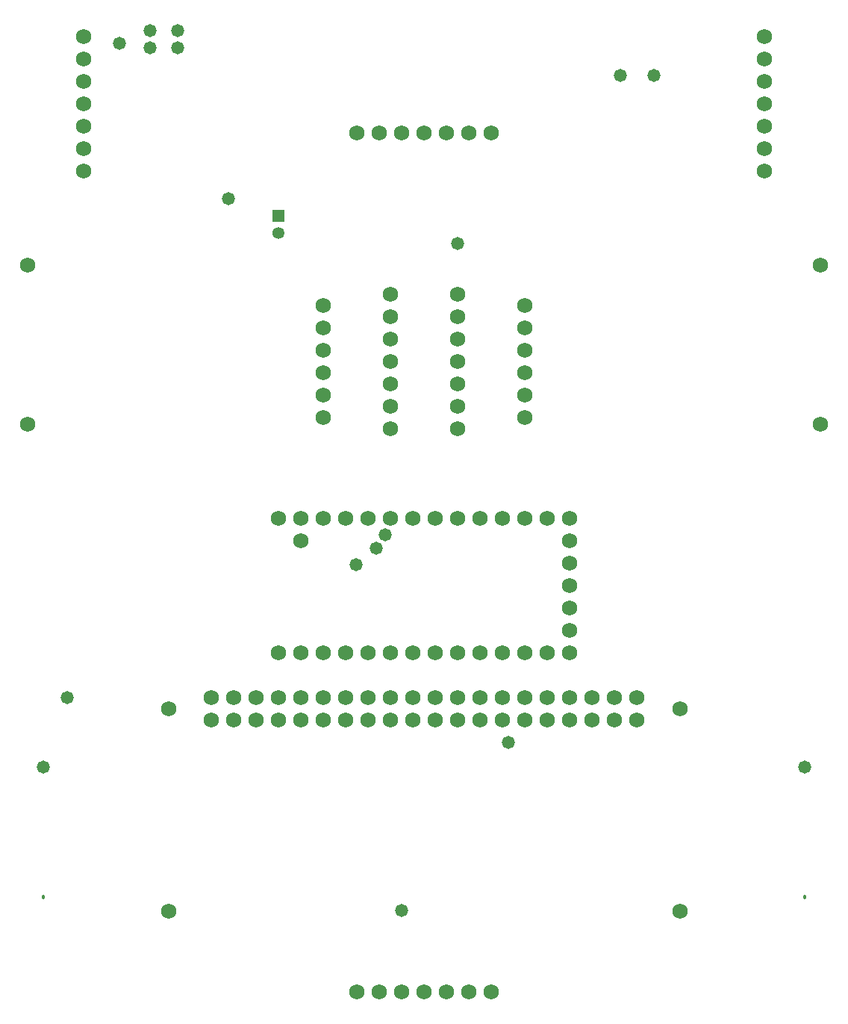
<source format=gbr>
G04*
G04 #@! TF.GenerationSoftware,Altium Limited,Altium Designer,23.2.1 (34)*
G04*
G04 Layer_Color=16711935*
%FSLAX25Y25*%
%MOIN*%
G70*
G04*
G04 #@! TF.SameCoordinates,44C20E60-2C31-4A65-8039-A08327F752B7*
G04*
G04*
G04 #@! TF.FilePolarity,Negative*
G04*
G01*
G75*
%ADD21C,0.06800*%
%ADD22C,0.05328*%
%ADD23R,0.05328X0.05328*%
%ADD24C,0.05800*%
%ADD25C,0.01800*%
D21*
X-152001Y415000D02*
D03*
Y425000D02*
D03*
Y435000D02*
D03*
Y445000D02*
D03*
Y455000D02*
D03*
Y465000D02*
D03*
Y475000D02*
D03*
X65000Y250000D02*
D03*
Y240000D02*
D03*
Y230000D02*
D03*
Y220000D02*
D03*
Y210000D02*
D03*
X-55000Y260000D02*
D03*
X-65000D02*
D03*
X-35000D02*
D03*
X-45000D02*
D03*
X-15000D02*
D03*
X-25000D02*
D03*
X5000D02*
D03*
X-5000D02*
D03*
X25000D02*
D03*
X15000D02*
D03*
X45000D02*
D03*
X35000D02*
D03*
X65000D02*
D03*
X55000D02*
D03*
X-55000Y200000D02*
D03*
X-65000D02*
D03*
X-35000D02*
D03*
X-45000D02*
D03*
X-15000D02*
D03*
X-25000D02*
D03*
X5000D02*
D03*
X-5000D02*
D03*
X25000D02*
D03*
X15000D02*
D03*
X45000D02*
D03*
X35000D02*
D03*
X65000D02*
D03*
X55000D02*
D03*
X-55000Y250000D02*
D03*
X-114193Y174980D02*
D03*
X114154D02*
D03*
X-114193Y84429D02*
D03*
X-95000Y180000D02*
D03*
Y170000D02*
D03*
X-85000Y180000D02*
D03*
Y170000D02*
D03*
X-75000Y180000D02*
D03*
Y170000D02*
D03*
X-65000Y180000D02*
D03*
Y170000D02*
D03*
X-55000Y180000D02*
D03*
Y170000D02*
D03*
X-45000Y180000D02*
D03*
Y170000D02*
D03*
X-35000Y180000D02*
D03*
Y170000D02*
D03*
X-25000Y180000D02*
D03*
Y170000D02*
D03*
X-15000Y180000D02*
D03*
Y170000D02*
D03*
X-5000Y180000D02*
D03*
Y170000D02*
D03*
X5000Y180000D02*
D03*
Y170000D02*
D03*
X15000Y180000D02*
D03*
Y170000D02*
D03*
X25000Y180000D02*
D03*
Y170000D02*
D03*
X35000Y180000D02*
D03*
Y170000D02*
D03*
X45000Y180000D02*
D03*
Y170000D02*
D03*
X55000Y180000D02*
D03*
Y170000D02*
D03*
X65000Y180000D02*
D03*
Y170000D02*
D03*
X75000Y180000D02*
D03*
Y170000D02*
D03*
X85000Y180000D02*
D03*
Y170000D02*
D03*
X95000Y180000D02*
D03*
Y170000D02*
D03*
X114154Y84429D02*
D03*
X-177000Y373000D02*
D03*
Y302000D02*
D03*
X-15000Y360000D02*
D03*
X15000D02*
D03*
X-15000Y350000D02*
D03*
X15000D02*
D03*
X-15000Y340000D02*
D03*
X15000D02*
D03*
X-15000Y330000D02*
D03*
X15000D02*
D03*
X-15000Y320000D02*
D03*
X15000D02*
D03*
X-15000Y310000D02*
D03*
X15000D02*
D03*
X-15000Y300000D02*
D03*
X15000D02*
D03*
X-45000Y325000D02*
D03*
Y315000D02*
D03*
Y305000D02*
D03*
Y345000D02*
D03*
Y335000D02*
D03*
Y355000D02*
D03*
X177000Y302000D02*
D03*
Y373000D02*
D03*
X30000Y48500D02*
D03*
X20000D02*
D03*
X10000D02*
D03*
X0D02*
D03*
X-10000D02*
D03*
X-20000D02*
D03*
X-30000D02*
D03*
Y432000D02*
D03*
X-20000D02*
D03*
X-10000D02*
D03*
X0D02*
D03*
X10000D02*
D03*
X20000D02*
D03*
X30000D02*
D03*
X152000Y475000D02*
D03*
Y465000D02*
D03*
Y455000D02*
D03*
Y445000D02*
D03*
Y435000D02*
D03*
Y425000D02*
D03*
Y415000D02*
D03*
X45000Y335000D02*
D03*
Y345000D02*
D03*
Y355000D02*
D03*
Y315000D02*
D03*
Y325000D02*
D03*
Y305000D02*
D03*
D22*
X-65000Y387098D02*
D03*
D23*
Y395000D02*
D03*
D24*
X170000Y149000D02*
D03*
X-170000D02*
D03*
X37500Y160000D02*
D03*
X-17500Y252500D02*
D03*
X-110000Y477500D02*
D03*
Y470000D02*
D03*
X-122500D02*
D03*
Y477500D02*
D03*
X-10000Y85000D02*
D03*
X-87500Y402500D02*
D03*
X15000Y382500D02*
D03*
X102500Y457500D02*
D03*
X87500D02*
D03*
X-136000Y472000D02*
D03*
X-21500Y246700D02*
D03*
X-30500Y239200D02*
D03*
X-159300Y179900D02*
D03*
D25*
X170000Y91000D02*
D03*
X-170000D02*
D03*
M02*

</source>
